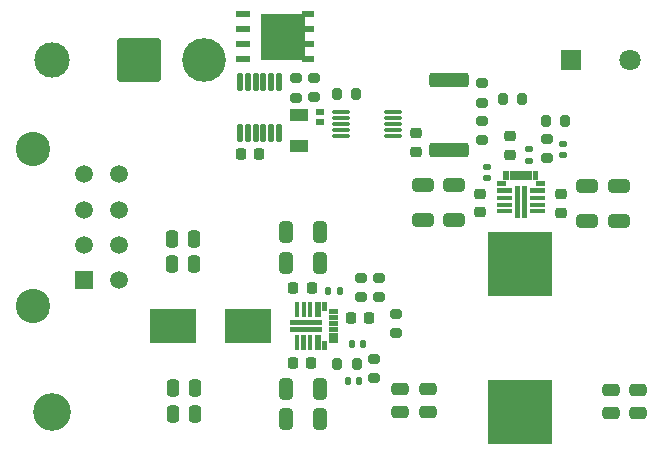
<source format=gbr>
%TF.GenerationSoftware,KiCad,Pcbnew,7.99.0-957-g18dd623122*%
%TF.CreationDate,2023-07-20T21:46:05+08:00*%
%TF.ProjectId,power,706f7765-722e-46b6-9963-61645f706362,V1.1*%
%TF.SameCoordinates,Original*%
%TF.FileFunction,Soldermask,Top*%
%TF.FilePolarity,Negative*%
%FSLAX46Y46*%
G04 Gerber Fmt 4.6, Leading zero omitted, Abs format (unit mm)*
G04 Created by KiCad (PCBNEW 7.99.0-957-g18dd623122) date 2023-07-20 21:46:05*
%MOMM*%
%LPD*%
G01*
G04 APERTURE LIST*
G04 Aperture macros list*
%AMRoundRect*
0 Rectangle with rounded corners*
0 $1 Rounding radius*
0 $2 $3 $4 $5 $6 $7 $8 $9 X,Y pos of 4 corners*
0 Add a 4 corners polygon primitive as box body*
4,1,4,$2,$3,$4,$5,$6,$7,$8,$9,$2,$3,0*
0 Add four circle primitives for the rounded corners*
1,1,$1+$1,$2,$3*
1,1,$1+$1,$4,$5*
1,1,$1+$1,$6,$7*
1,1,$1+$1,$8,$9*
0 Add four rect primitives between the rounded corners*
20,1,$1+$1,$2,$3,$4,$5,0*
20,1,$1+$1,$4,$5,$6,$7,0*
20,1,$1+$1,$6,$7,$8,$9,0*
20,1,$1+$1,$8,$9,$2,$3,0*%
G04 Aperture macros list end*
%ADD10C,0.010000*%
%ADD11RoundRect,0.225000X-0.225000X-0.250000X0.225000X-0.250000X0.225000X0.250000X-0.225000X0.250000X0*%
%ADD12RoundRect,0.028800X0.211200X-0.696200X0.211200X0.696200X-0.211200X0.696200X-0.211200X-0.696200X0*%
%ADD13RoundRect,0.250000X-1.425000X0.362500X-1.425000X-0.362500X1.425000X-0.362500X1.425000X0.362500X0*%
%ADD14RoundRect,0.250000X0.475000X-0.250000X0.475000X0.250000X-0.475000X0.250000X-0.475000X-0.250000X0*%
%ADD15RoundRect,0.225000X-0.250000X0.225000X-0.250000X-0.225000X0.250000X-0.225000X0.250000X0.225000X0*%
%ADD16RoundRect,0.200000X-0.200000X-0.275000X0.200000X-0.275000X0.200000X0.275000X-0.200000X0.275000X0*%
%ADD17RoundRect,0.200000X0.200000X0.275000X-0.200000X0.275000X-0.200000X-0.275000X0.200000X-0.275000X0*%
%ADD18R,1.500000X1.000000*%
%ADD19RoundRect,0.250000X0.325000X0.650000X-0.325000X0.650000X-0.325000X-0.650000X0.325000X-0.650000X0*%
%ADD20C,3.000000*%
%ADD21RoundRect,0.250002X1.599998X-1.599998X1.599998X1.599998X-1.599998X1.599998X-1.599998X-1.599998X0*%
%ADD22C,3.700000*%
%ADD23RoundRect,0.140000X0.170000X-0.140000X0.170000X0.140000X-0.170000X0.140000X-0.170000X-0.140000X0*%
%ADD24RoundRect,0.250000X-0.250000X-0.475000X0.250000X-0.475000X0.250000X0.475000X-0.250000X0.475000X0*%
%ADD25RoundRect,0.225000X0.225000X0.250000X-0.225000X0.250000X-0.225000X-0.250000X0.225000X-0.250000X0*%
%ADD26RoundRect,0.250000X-0.650000X0.325000X-0.650000X-0.325000X0.650000X-0.325000X0.650000X0.325000X0*%
%ADD27RoundRect,0.140000X-0.170000X0.140000X-0.170000X-0.140000X0.170000X-0.140000X0.170000X0.140000X0*%
%ADD28RoundRect,0.200000X0.275000X-0.200000X0.275000X0.200000X-0.275000X0.200000X-0.275000X-0.200000X0*%
%ADD29R,1.520000X1.520000*%
%ADD30C,1.520000*%
%ADD31C,2.909999*%
%ADD32RoundRect,0.200000X-0.275000X0.200000X-0.275000X-0.200000X0.275000X-0.200000X0.275000X0.200000X0*%
%ADD33RoundRect,0.140000X-0.140000X-0.170000X0.140000X-0.170000X0.140000X0.170000X-0.140000X0.170000X0*%
%ADD34RoundRect,0.225000X0.250000X-0.225000X0.250000X0.225000X-0.250000X0.225000X-0.250000X-0.225000X0*%
%ADD35RoundRect,0.140000X0.140000X0.170000X-0.140000X0.170000X-0.140000X-0.170000X0.140000X-0.170000X0*%
%ADD36C,3.200000*%
%ADD37RoundRect,0.075000X-0.650000X-0.075000X0.650000X-0.075000X0.650000X0.075000X-0.650000X0.075000X0*%
%ADD38R,1.800000X1.800000*%
%ADD39C,1.800000*%
%ADD40R,0.670000X0.570000*%
%ADD41R,1.270000X0.610000*%
%ADD42R,3.810000X3.910000*%
%ADD43R,1.020000X0.610000*%
%ADD44R,5.400000X5.500000*%
%ADD45R,4.000000X3.000000*%
G04 APERTURE END LIST*
D10*
%TO.C,U3*%
X153736400Y-107813800D02*
X153472710Y-107813800D01*
X153472710Y-106646290D01*
X153736400Y-106646290D01*
X153736400Y-107813800D01*
G36*
X153736400Y-107813800D02*
G01*
X153472710Y-107813800D01*
X153472710Y-106646290D01*
X153736400Y-106646290D01*
X153736400Y-107813800D01*
G37*
X153736400Y-110563800D02*
X153476140Y-110563800D01*
X153476140Y-109419178D01*
X153736400Y-109419178D01*
X153736400Y-110563800D01*
G36*
X153736400Y-110563800D02*
G01*
X153476140Y-110563800D01*
X153476140Y-109419178D01*
X153736400Y-109419178D01*
X153736400Y-110563800D01*
G37*
X154286400Y-107813800D02*
X154028171Y-107813800D01*
X154028171Y-106647340D01*
X154286400Y-106647340D01*
X154286400Y-107813800D01*
G36*
X154286400Y-107813800D02*
G01*
X154028171Y-107813800D01*
X154028171Y-106647340D01*
X154286400Y-106647340D01*
X154286400Y-107813800D01*
G37*
X154286400Y-110563800D02*
X154026597Y-110563800D01*
X154026597Y-109421842D01*
X154286400Y-109421842D01*
X154286400Y-110563800D01*
G36*
X154286400Y-110563800D02*
G01*
X154026597Y-110563800D01*
X154026597Y-109421842D01*
X154286400Y-109421842D01*
X154286400Y-110563800D01*
G37*
X154836400Y-107813800D02*
X154582410Y-107813800D01*
X154582410Y-106645490D01*
X154836400Y-106645490D01*
X154836400Y-107813800D01*
G36*
X154836400Y-107813800D02*
G01*
X154582410Y-107813800D01*
X154582410Y-106645490D01*
X154836400Y-106645490D01*
X154836400Y-107813800D01*
G37*
X154836400Y-110563800D02*
X154581874Y-110563800D01*
X154581874Y-109422321D01*
X154836400Y-109422321D01*
X154836400Y-110563800D01*
G36*
X154836400Y-110563800D02*
G01*
X154581874Y-110563800D01*
X154581874Y-109422321D01*
X154836400Y-109422321D01*
X154836400Y-110563800D01*
G37*
X155561400Y-107813800D02*
X155162746Y-107813800D01*
X155162746Y-106646310D01*
X155561400Y-106646310D01*
X155561400Y-107813800D01*
G36*
X155561400Y-107813800D02*
G01*
X155162746Y-107813800D01*
X155162746Y-106646310D01*
X155561400Y-106646310D01*
X155561400Y-107813800D01*
G37*
X155561400Y-110563800D02*
X155163094Y-110563800D01*
X155163094Y-109422829D01*
X155561400Y-109422829D01*
X155561400Y-110563800D01*
G36*
X155561400Y-110563800D02*
G01*
X155163094Y-110563800D01*
X155163094Y-109422829D01*
X155561400Y-109422829D01*
X155561400Y-110563800D01*
G37*
X155661400Y-108463800D02*
X153041310Y-108463800D01*
X153041310Y-108159164D01*
X155661400Y-108159164D01*
X155661400Y-108463800D01*
G36*
X155661400Y-108463800D02*
G01*
X153041310Y-108463800D01*
X153041310Y-108159164D01*
X155661400Y-108159164D01*
X155661400Y-108463800D01*
G37*
X155661400Y-109063800D02*
X153042610Y-109063800D01*
X153042610Y-108765246D01*
X155661400Y-108765246D01*
X155661400Y-109063800D01*
G36*
X155661400Y-109063800D02*
G01*
X153042610Y-109063800D01*
X153042610Y-108765246D01*
X155661400Y-108765246D01*
X155661400Y-109063800D01*
G37*
X156111400Y-107313800D02*
X155768168Y-107313800D01*
X155768168Y-106595740D01*
X156111400Y-106595740D01*
X156111400Y-107313800D01*
G36*
X156111400Y-107313800D02*
G01*
X155768168Y-107313800D01*
X155768168Y-106595740D01*
X156111400Y-106595740D01*
X156111400Y-107313800D01*
G37*
X156111400Y-110613800D02*
X155768172Y-110613800D01*
X155768172Y-109925550D01*
X156111400Y-109925550D01*
X156111400Y-110613800D01*
G36*
X156111400Y-110613800D02*
G01*
X155768172Y-110613800D01*
X155768172Y-109925550D01*
X156111400Y-109925550D01*
X156111400Y-110613800D01*
G37*
X157011400Y-107538800D02*
X156328110Y-107538800D01*
X156328110Y-107170490D01*
X157011400Y-107170490D01*
X157011400Y-107538800D01*
G36*
X157011400Y-107538800D02*
G01*
X156328110Y-107538800D01*
X156328110Y-107170490D01*
X157011400Y-107170490D01*
X157011400Y-107538800D01*
G37*
X157011400Y-108038800D02*
X156321630Y-108038800D01*
X156321630Y-107681518D01*
X157011400Y-107681518D01*
X157011400Y-108038800D01*
G36*
X157011400Y-108038800D02*
G01*
X156321630Y-108038800D01*
X156321630Y-107681518D01*
X157011400Y-107681518D01*
X157011400Y-108038800D01*
G37*
X157011400Y-108538800D02*
X156321830Y-108538800D01*
X156321830Y-108185394D01*
X157011400Y-108185394D01*
X157011400Y-108538800D01*
G36*
X157011400Y-108538800D02*
G01*
X156321830Y-108538800D01*
X156321830Y-108185394D01*
X157011400Y-108185394D01*
X157011400Y-108538800D01*
G37*
X157011400Y-109038800D02*
X156324430Y-109038800D01*
X156324430Y-108689551D01*
X157011400Y-108689551D01*
X157011400Y-109038800D01*
G36*
X157011400Y-109038800D02*
G01*
X156324430Y-109038800D01*
X156324430Y-108689551D01*
X157011400Y-108689551D01*
X157011400Y-109038800D01*
G37*
X157011400Y-109538800D02*
X156323900Y-109538800D01*
X156323900Y-109194326D01*
X157011400Y-109194326D01*
X157011400Y-109538800D01*
G36*
X157011400Y-109538800D02*
G01*
X156323900Y-109538800D01*
X156323900Y-109194326D01*
X157011400Y-109194326D01*
X157011400Y-109538800D01*
G37*
X157011400Y-110038800D02*
X156326670Y-110038800D01*
X156326670Y-109701420D01*
X157011400Y-109701420D01*
X157011400Y-110038800D01*
G36*
X157011400Y-110038800D02*
G01*
X156326670Y-110038800D01*
X156326670Y-109701420D01*
X157011400Y-109701420D01*
X157011400Y-110038800D01*
G37*
%TO.C,U2*%
X171271600Y-96722432D02*
X170553540Y-96722432D01*
X170553540Y-96379200D01*
X171271600Y-96379200D01*
X171271600Y-96722432D01*
G36*
X171271600Y-96722432D02*
G01*
X170553540Y-96722432D01*
X170553540Y-96379200D01*
X171271600Y-96379200D01*
X171271600Y-96722432D01*
G37*
X171771600Y-97908190D02*
X170603290Y-97908190D01*
X170603290Y-97654200D01*
X171771600Y-97654200D01*
X171771600Y-97908190D01*
G36*
X171771600Y-97908190D02*
G01*
X170603290Y-97908190D01*
X170603290Y-97654200D01*
X171771600Y-97654200D01*
X171771600Y-97908190D01*
G37*
X171771600Y-99017890D02*
X170604090Y-99017890D01*
X170604090Y-98754200D01*
X171771600Y-98754200D01*
X171771600Y-99017890D01*
G36*
X171771600Y-99017890D02*
G01*
X170604090Y-99017890D01*
X170604090Y-98754200D01*
X171771600Y-98754200D01*
X171771600Y-99017890D01*
G37*
X171771600Y-97327854D02*
X170604110Y-97327854D01*
X170604110Y-96929200D01*
X171771600Y-96929200D01*
X171771600Y-97327854D01*
G36*
X171771600Y-97327854D02*
G01*
X170604110Y-97327854D01*
X170604110Y-96929200D01*
X171771600Y-96929200D01*
X171771600Y-97327854D01*
G37*
X171771600Y-98462429D02*
X170605140Y-98462429D01*
X170605140Y-98204200D01*
X171771600Y-98204200D01*
X171771600Y-98462429D01*
G36*
X171771600Y-98462429D02*
G01*
X170605140Y-98462429D01*
X170605140Y-98204200D01*
X171771600Y-98204200D01*
X171771600Y-98462429D01*
G37*
X171496600Y-96162490D02*
X171128290Y-96162490D01*
X171128290Y-95479200D01*
X171496600Y-95479200D01*
X171496600Y-96162490D01*
G36*
X171496600Y-96162490D02*
G01*
X171128290Y-96162490D01*
X171128290Y-95479200D01*
X171496600Y-95479200D01*
X171496600Y-96162490D01*
G37*
X171996600Y-96168970D02*
X171639318Y-96168970D01*
X171639318Y-95479200D01*
X171996600Y-95479200D01*
X171996600Y-96168970D01*
G36*
X171996600Y-96168970D02*
G01*
X171639318Y-96168970D01*
X171639318Y-95479200D01*
X171996600Y-95479200D01*
X171996600Y-96168970D01*
G37*
X172421600Y-99449290D02*
X172116964Y-99449290D01*
X172116964Y-96829200D01*
X172421600Y-96829200D01*
X172421600Y-99449290D01*
G36*
X172421600Y-99449290D02*
G01*
X172116964Y-99449290D01*
X172116964Y-96829200D01*
X172421600Y-96829200D01*
X172421600Y-99449290D01*
G37*
X172496600Y-96168770D02*
X172143194Y-96168770D01*
X172143194Y-95479200D01*
X172496600Y-95479200D01*
X172496600Y-96168770D01*
G36*
X172496600Y-96168770D02*
G01*
X172143194Y-96168770D01*
X172143194Y-95479200D01*
X172496600Y-95479200D01*
X172496600Y-96168770D01*
G37*
X172996600Y-96166170D02*
X172647351Y-96166170D01*
X172647351Y-95479200D01*
X172996600Y-95479200D01*
X172996600Y-96166170D01*
G36*
X172996600Y-96166170D02*
G01*
X172647351Y-96166170D01*
X172647351Y-95479200D01*
X172996600Y-95479200D01*
X172996600Y-96166170D01*
G37*
X173021600Y-99447990D02*
X172723046Y-99447990D01*
X172723046Y-96829200D01*
X173021600Y-96829200D01*
X173021600Y-99447990D01*
G36*
X173021600Y-99447990D02*
G01*
X172723046Y-99447990D01*
X172723046Y-96829200D01*
X173021600Y-96829200D01*
X173021600Y-99447990D01*
G37*
X173496600Y-96166700D02*
X173152126Y-96166700D01*
X173152126Y-95479200D01*
X173496600Y-95479200D01*
X173496600Y-96166700D01*
G36*
X173496600Y-96166700D02*
G01*
X173152126Y-96166700D01*
X173152126Y-95479200D01*
X173496600Y-95479200D01*
X173496600Y-96166700D01*
G37*
X174521600Y-99014460D02*
X173376978Y-99014460D01*
X173376978Y-98754200D01*
X174521600Y-98754200D01*
X174521600Y-99014460D01*
G36*
X174521600Y-99014460D02*
G01*
X173376978Y-99014460D01*
X173376978Y-98754200D01*
X174521600Y-98754200D01*
X174521600Y-99014460D01*
G37*
X174521600Y-98464003D02*
X173379642Y-98464003D01*
X173379642Y-98204200D01*
X174521600Y-98204200D01*
X174521600Y-98464003D01*
G36*
X174521600Y-98464003D02*
G01*
X173379642Y-98464003D01*
X173379642Y-98204200D01*
X174521600Y-98204200D01*
X174521600Y-98464003D01*
G37*
X174521600Y-97908726D02*
X173380121Y-97908726D01*
X173380121Y-97654200D01*
X174521600Y-97654200D01*
X174521600Y-97908726D01*
G36*
X174521600Y-97908726D02*
G01*
X173380121Y-97908726D01*
X173380121Y-97654200D01*
X174521600Y-97654200D01*
X174521600Y-97908726D01*
G37*
X174521600Y-97327506D02*
X173380629Y-97327506D01*
X173380629Y-96929200D01*
X174521600Y-96929200D01*
X174521600Y-97327506D01*
G36*
X174521600Y-97327506D02*
G01*
X173380629Y-97327506D01*
X173380629Y-96929200D01*
X174521600Y-96929200D01*
X174521600Y-97327506D01*
G37*
X173996600Y-96163930D02*
X173659220Y-96163930D01*
X173659220Y-95479200D01*
X173996600Y-95479200D01*
X173996600Y-96163930D01*
G36*
X173996600Y-96163930D02*
G01*
X173659220Y-96163930D01*
X173659220Y-95479200D01*
X173996600Y-95479200D01*
X173996600Y-96163930D01*
G37*
X174571600Y-96722428D02*
X173883350Y-96722428D01*
X173883350Y-96379200D01*
X174571600Y-96379200D01*
X174571600Y-96722428D01*
G36*
X174571600Y-96722428D02*
G01*
X173883350Y-96722428D01*
X173883350Y-96379200D01*
X174571600Y-96379200D01*
X174571600Y-96722428D01*
G37*
%TD*%
D11*
%TO.C,C24*%
X158191050Y-107950000D03*
X159741050Y-107950000D03*
%TD*%
D12*
%TO.C,U1*%
X148852000Y-92303600D03*
X149502000Y-92303600D03*
X150152000Y-92303600D03*
X150802000Y-92303600D03*
X151452000Y-92303600D03*
X152102000Y-92303600D03*
X152102000Y-87983600D03*
X151452000Y-87983600D03*
X150802000Y-87983600D03*
X150152000Y-87983600D03*
X149502000Y-87983600D03*
X148852000Y-87983600D03*
%TD*%
D13*
%TO.C,R18*%
X166514000Y-93752500D03*
X166514000Y-87827500D03*
%TD*%
D14*
%TO.C,C14*%
X182488600Y-115971400D03*
X182488600Y-114071400D03*
%TD*%
D15*
%TO.C,C2*%
X175971200Y-97505600D03*
X175971200Y-99055600D03*
%TD*%
%TO.C,C1*%
X169164000Y-97441800D03*
X169164000Y-98991800D03*
%TD*%
D16*
%TO.C,R4*%
X174701200Y-91313000D03*
X176351200Y-91313000D03*
%TD*%
D17*
%TO.C,R2*%
X172721800Y-89433400D03*
X171071800Y-89433400D03*
%TD*%
D18*
%TO.C,D1*%
X153815200Y-93401800D03*
X153815200Y-90801800D03*
%TD*%
D19*
%TO.C,C20*%
X155635200Y-100685600D03*
X152685200Y-100685600D03*
%TD*%
D20*
%TO.C,J1*%
X132945200Y-86080600D03*
D21*
X140245200Y-86080600D03*
D22*
X145745200Y-86080600D03*
%TD*%
D23*
%TO.C,C9*%
X169712400Y-96128800D03*
X169712400Y-95168800D03*
%TD*%
D24*
%TO.C,C27*%
X143062700Y-101244400D03*
X144962700Y-101244400D03*
%TD*%
D19*
%TO.C,C19*%
X155635200Y-103276400D03*
X152685200Y-103276400D03*
%TD*%
D25*
%TO.C,C18*%
X154818800Y-111810800D03*
X153268800Y-111810800D03*
%TD*%
D26*
%TO.C,C5*%
X180898800Y-96814400D03*
X180898800Y-99764400D03*
%TD*%
D27*
%TO.C,C7*%
X173329600Y-93697200D03*
X173329600Y-94657200D03*
%TD*%
D28*
%TO.C,R9*%
X162026450Y-109277950D03*
X162026450Y-107627950D03*
%TD*%
D19*
%TO.C,C21*%
X155635200Y-116535200D03*
X152685200Y-116535200D03*
%TD*%
D29*
%TO.C,J3*%
X135610600Y-104783397D03*
D30*
X135610600Y-101783398D03*
X135610600Y-98783399D03*
X135610600Y-95783400D03*
X138610599Y-104783397D03*
X138610599Y-101783398D03*
X138610599Y-98783399D03*
X138610599Y-95783400D03*
D31*
X131290601Y-106933395D03*
X131290601Y-93633402D03*
%TD*%
D28*
%TO.C,R5*%
X174792400Y-94449400D03*
X174792400Y-92799400D03*
%TD*%
D24*
%TO.C,C30*%
X143133900Y-116128800D03*
X145033900Y-116128800D03*
%TD*%
D16*
%TO.C,R13*%
X157023800Y-89001600D03*
X158673800Y-89001600D03*
%TD*%
D32*
%TO.C,R1*%
X169306000Y-91275400D03*
X169306000Y-92925400D03*
%TD*%
D28*
%TO.C,R10*%
X160604050Y-106216750D03*
X160604050Y-104566750D03*
%TD*%
D33*
%TO.C,C25*%
X156292000Y-105664000D03*
X157252000Y-105664000D03*
%TD*%
D24*
%TO.C,C29*%
X143133900Y-113931600D03*
X145033900Y-113931600D03*
%TD*%
D34*
%TO.C,C8*%
X171699450Y-94124400D03*
X171699450Y-92574400D03*
%TD*%
D27*
%TO.C,C10*%
X176138600Y-93220600D03*
X176138600Y-94180600D03*
%TD*%
D26*
%TO.C,C4*%
X164287200Y-96711000D03*
X164287200Y-99661000D03*
%TD*%
D35*
%TO.C,C23*%
X159255250Y-110129350D03*
X158295250Y-110129350D03*
%TD*%
D32*
%TO.C,R6*%
X153545800Y-87655400D03*
X153545800Y-89305400D03*
%TD*%
D26*
%TO.C,C6*%
X178206400Y-96814400D03*
X178206400Y-99764400D03*
%TD*%
D14*
%TO.C,C12*%
X164708600Y-115895200D03*
X164708600Y-113995200D03*
%TD*%
D36*
%TO.C,H1*%
X132892800Y-115900200D03*
%TD*%
D37*
%TO.C,U4*%
X157354400Y-90555600D03*
X157354400Y-91055600D03*
X157354400Y-91555600D03*
X157354400Y-92055600D03*
X157354400Y-92555600D03*
X161754400Y-92555600D03*
X161754400Y-92055600D03*
X161754400Y-91555600D03*
X161754400Y-91055600D03*
X161754400Y-90555600D03*
%TD*%
D38*
%TO.C,J4*%
X176809400Y-86131400D03*
D39*
X181809400Y-86131400D03*
%TD*%
D35*
%TO.C,C26*%
X158930100Y-113284000D03*
X157970100Y-113284000D03*
%TD*%
D32*
%TO.C,R11*%
X160172250Y-111425750D03*
X160172250Y-113075750D03*
%TD*%
D14*
%TO.C,C13*%
X180202600Y-115971400D03*
X180202600Y-114071400D03*
%TD*%
D19*
%TO.C,C22*%
X155635200Y-113944400D03*
X152685200Y-113944400D03*
%TD*%
D24*
%TO.C,C28*%
X143062700Y-103428800D03*
X144962700Y-103428800D03*
%TD*%
D34*
%TO.C,C33*%
X163680400Y-93889400D03*
X163680400Y-92339400D03*
%TD*%
D26*
%TO.C,C3*%
X166928800Y-96711000D03*
X166928800Y-99661000D03*
%TD*%
D28*
%TO.C,R3*%
X169316400Y-89737200D03*
X169316400Y-88087200D03*
%TD*%
D40*
%TO.C,D2*%
X155628600Y-91361000D03*
X155628600Y-90501000D03*
%TD*%
D41*
%TO.C,Q1*%
X149098000Y-82245200D03*
X149098000Y-83515200D03*
X149098000Y-84785200D03*
X149098000Y-86055200D03*
D42*
X152458000Y-84150200D03*
D43*
X154563000Y-82245200D03*
X154563000Y-83515200D03*
X154563000Y-84785200D03*
X154563000Y-86055200D03*
%TD*%
D25*
%TO.C,C17*%
X154882600Y-105410000D03*
X153332600Y-105410000D03*
%TD*%
D14*
%TO.C,C11*%
X162371800Y-115895200D03*
X162371800Y-113995200D03*
%TD*%
D32*
%TO.C,R7*%
X155095200Y-87642200D03*
X155095200Y-89292200D03*
%TD*%
D16*
%TO.C,R12*%
X157041800Y-111836200D03*
X158691800Y-111836200D03*
%TD*%
D44*
%TO.C,L1*%
X172531800Y-103396800D03*
X172531800Y-115896800D03*
%TD*%
D45*
%TO.C,L2*%
X149534300Y-108661200D03*
X143134300Y-108661200D03*
%TD*%
D28*
%TO.C,R8*%
X159080050Y-106229950D03*
X159080050Y-104579950D03*
%TD*%
D11*
%TO.C,C15*%
X148902800Y-94105000D03*
X150452800Y-94105000D03*
%TD*%
M02*

</source>
